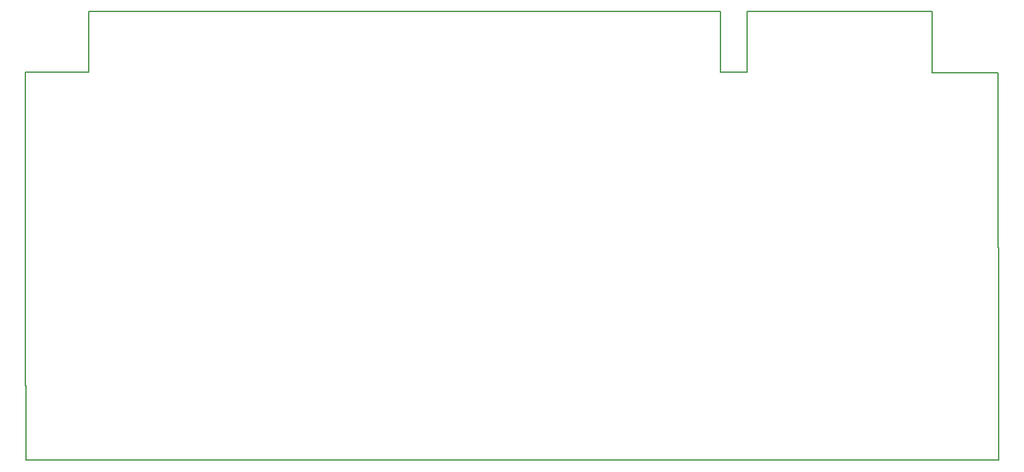
<source format=gm1>
G04 MADE WITH FRITZING*
G04 WWW.FRITZING.ORG*
G04 DOUBLE SIDED*
G04 HOLES PLATED*
G04 CONTOUR ON CENTER OF CONTOUR VECTOR*
%ASAXBY*%
%FSLAX23Y23*%
%MOIN*%
%OFA0B0*%
%SFA1.0B1.0*%
%ADD10C,0.003937*%
%ADD10C,0.008*%
%LNCONTOUR*%
G90*
G70*
G54D10*
G54D10*
X14Y10D02*
X5132Y10D01*
X5132Y1129D01*
X5128Y1129D01*
X5128Y2049D01*
X4793Y2049D01*
X4781Y2049D01*
X4781Y2372D01*
X3807Y2372D01*
X3807Y2054D01*
X3667Y2054D01*
X3667Y2372D01*
X344Y2372D01*
X344Y2054D01*
X10Y2054D01*
X10Y404D01*
X14Y404D01*
X14Y10D01*
D02*
G04 End of contour*
M02*
</source>
